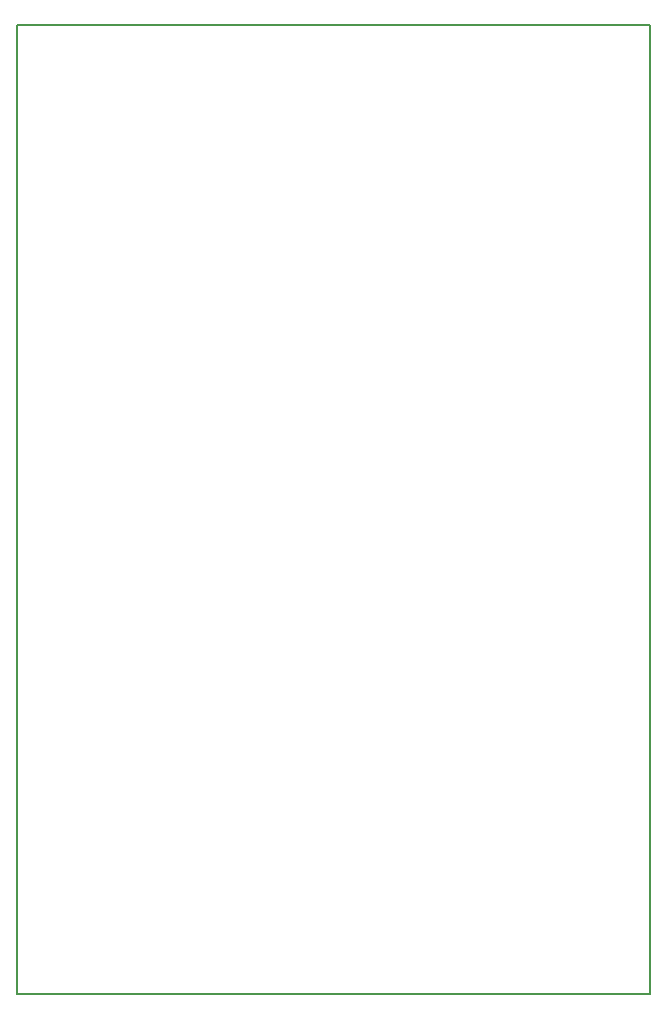
<source format=gm1>
G04 MADE WITH FRITZING*
G04 WWW.FRITZING.ORG*
G04 DOUBLE SIDED*
G04 HOLES PLATED*
G04 CONTOUR ON CENTER OF CONTOUR VECTOR*
%ASAXBY*%
%FSLAX23Y23*%
%MOIN*%
%OFA0B0*%
%SFA1.0B1.0*%
%ADD10R,2.119130X3.235450*%
%ADD11C,0.008000*%
%ADD10C,0.008*%
%LNCONTOUR*%
G90*
G70*
G54D10*
G54D11*
X4Y3231D02*
X2115Y3231D01*
X2115Y4D01*
X4Y4D01*
X4Y3231D01*
D02*
G04 End of contour*
M02*
</source>
